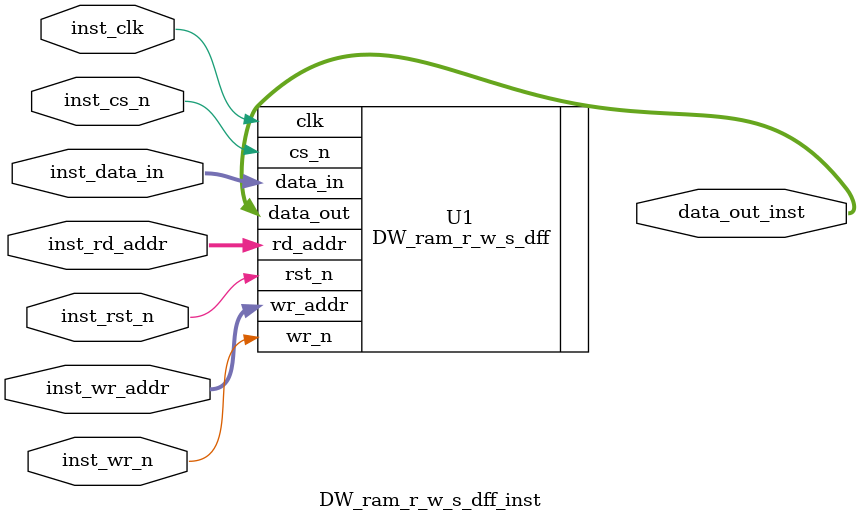
<source format=v>
module DW_ram_r_w_s_dff_inst(inst_clk, inst_rst_n, inst_cs_n, inst_wr_n,
                             inst_rd_addr, inst_wr_addr, inst_data_in,
                             data_out_inst );

  parameter data_width = 8;
  parameter depth = 8;
  parameter rst_mode = 0;
  `define bit_width_depth 3 // ceil(log2(depth)) 

  input inst_clk;
  input inst_rst_n;
  input inst_cs_n;
  input inst_wr_n;
  input [`bit_width_depth-1 : 0] inst_rd_addr;
  input [`bit_width_depth-1 : 0] inst_wr_addr;
  input [data_width-1 : 0] inst_data_in;
  output [data_width-1 : 0] data_out_inst;

  // Instance of DW_ram_r_w_s_dff
  DW_ram_r_w_s_dff #(data_width, depth, rst_mode)
    U1 (.clk(inst_clk),   .rst_n(inst_rst_n),   .cs_n(inst_cs_n),
        .wr_n(inst_wr_n),   .rd_addr(inst_rd_addr),   .wr_addr(inst_wr_addr),
        .data_in(inst_data_in),   .data_out(data_out_inst) );
endmodule


</source>
